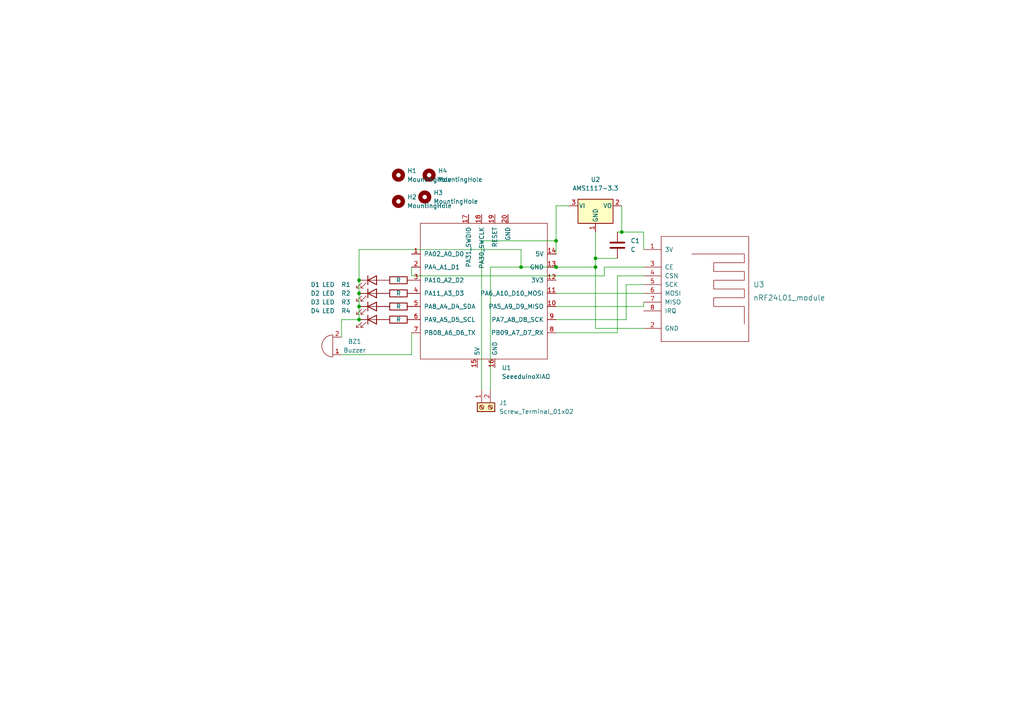
<source format=kicad_sch>
(kicad_sch (version 20211123) (generator eeschema)
  (paper "A4")
  (lib_symbols
    (symbol "Connector:Screw_Terminal_01x02" (pin_names (offset 1.016) hide)
      (property "Reference" "J" (at 0 2.54 0))
      (property "Value" "Screw_Terminal_01x02" (at 0 -5.08 0))
      (symbol "Screw_Terminal_01x02_1_1"
        (rectangle (start -1.27 1.27) (end 1.27 -3.81) (stroke (width 0.254)) (fill (type background)))
        (circle (center 0 -2.54) (radius 0.635) (stroke (width 0.1524)))
        (polyline (pts (xy -0.5334 -2.2098) (xy 0.3302 -3.048)) (stroke (width 0.1524)))
        (polyline (pts (xy -0.5334 0.3302) (xy 0.3302 -0.508)) (stroke (width 0.1524)))
        (polyline (pts (xy -0.3556 -2.032) (xy 0.508 -2.8702)) (stroke (width 0.1524)))
        (polyline (pts (xy -0.3556 0.508) (xy 0.508 -0.3302)) (stroke (width 0.1524)))
        (circle (center 0 0) (radius 0.635) (stroke (width 0.1524)))
        (pin passive line (at -5.08 0 0) (length 3.81) (name "Pin_1") (number "1"))
        (pin passive line (at -5.08 -2.54 0) (length 3.81) (name "Pin_2") (number "2"))
      )
    )
    (symbol "Device:Buzzer" (pin_names (offset 0.0254) hide)
      (property "Reference" "BZ" (at 3.81 1.27 0))
      (property "Value" "Buzzer" (at 3.81 -1.27 0))
      (symbol "Buzzer_0_1"
        (arc (start 0 -3.175) (mid 3.175 0) (end 0 3.175))
        (polyline (pts (xy -1.651 1.905) (xy -1.143 1.905)))
        (polyline (pts (xy -1.397 2.159) (xy -1.397 1.651)))
        (polyline (pts (xy 0 3.175) (xy 0 -3.175)))
      )
      (symbol "Buzzer_1_1"
        (pin passive line (at -2.54 2.54 0) (length 2.54) (name "-") (number "1"))
        (pin passive line (at -2.54 -2.54 0) (length 2.54) (name "+") (number "2"))
      )
    )
    (symbol "Device:C" (pin_numbers hide) (pin_names (offset 0.254))
      (property "Reference" "C" (at 0.635 2.54 0))
      (property "Value" "C" (at 0.635 -2.54 0))
      (symbol "C_0_1"
        (polyline (pts (xy -2.032 -0.762) (xy 2.032 -0.762)) (stroke (width 0.508)))
        (polyline (pts (xy -2.032 0.762) (xy 2.032 0.762)) (stroke (width 0.508)))
      )
      (symbol "C_1_1"
        (pin passive line (at 0 3.81 270) (length 2.794) (name "~") (number "1"))
        (pin passive line (at 0 -3.81 90) (length 2.794) (name "~") (number "2"))
      )
    )
    (symbol "Device:LED" (pin_numbers hide) (pin_names (offset 1.016) hide)
      (property "Reference" "D" (at 0 2.54 0))
      (property "Value" "LED" (at 0 -2.54 0))
      (symbol "LED_0_1"
        (polyline (pts (xy -1.27 -1.27) (xy -1.27 1.27)) (stroke (width 0.254)))
        (polyline (pts (xy -1.27 0) (xy 1.27 0)))
        (polyline (pts (xy 1.27 -1.27) (xy 1.27 1.27) (xy -1.27 0) (xy 1.27 -1.27)) (stroke (width 0.254)))
        (polyline (pts (xy -3.048 -0.762) (xy -4.572 -2.286) (xy -3.81 -2.286) (xy -4.572 -2.286) (xy -4.572 -1.524)))
        (polyline (pts (xy -1.778 -0.762) (xy -3.302 -2.286) (xy -2.54 -2.286) (xy -3.302 -2.286) (xy -3.302 -1.524)))
      )
      (symbol "LED_1_1"
        (pin passive line (at -3.81 0 0) (length 2.54) (name "K") (number "1"))
        (pin passive line (at 3.81 0 180) (length 2.54) (name "A") (number "2"))
      )
    )
    (symbol "Device:R" (pin_numbers hide) (pin_names (offset 0))
      (property "Reference" "R" (at 2.032 0 90))
      (property "Value" "R" (at 0 0 90))
      (symbol "R_0_1"
        (rectangle (start -1.016 -2.54) (end 1.016 2.54) (stroke (width 0.254)))
      )
      (symbol "R_1_1"
        (pin passive line (at 0 3.81 270) (length 1.27) (name "~") (number "1"))
        (pin passive line (at 0 -3.81 90) (length 1.27) (name "~") (number "2"))
      )
    )
    (symbol "Mechanical:MountingHole" (pin_names (offset 1.016))
      (property "Reference" "H" (at 0 5.08 0))
      (property "Value" "MountingHole" (at 0 3.175 0))
      (symbol "MountingHole_0_1"
        (circle (center 0 0) (radius 1.27) (stroke (width 1.27)))
      )
    )
    (symbol "Regulator_Linear:AMS1117-3.3" (pin_names (offset 0.254))
      (property "Reference" "U" (at -3.81 3.175 0))
      (property "Value" "AMS1117-3.3" (at 0 3.175 0))
      (symbol "AMS1117-3.3_0_1"
        (rectangle (start -5.08 -5.08) (end 5.08 1.905) (stroke (width 0.254)) (fill (type background)))
      )
      (symbol "AMS1117-3.3_1_1"
        (pin power_in line (at 0 -7.62 90) (length 2.54) (name "GND") (number "1"))
        (pin power_out line (at 7.62 0 180) (length 2.54) (name "VO") (number "2"))
        (pin power_in line (at -7.62 0 0) (length 2.54) (name "VI") (number "3"))
      )
    )
    (symbol "nrf24smd:nRF24L01_module" (pin_names (offset 1.016))
      (property "Reference" "U" (at -11.43 16.51 0))
      (property "Value" "nRF24L01_module" (at 11.43 -16.51 0))
      (symbol "nRF24L01_module_0_1"
        (rectangle (start -12.7 15.24) (end 12.7 -15.24))
        (polyline (pts (xy -3.81 10.16) (xy 11.43 10.16) (xy 11.43 7.62) (xy 2.54 7.62) (xy 2.54 5.08) (xy 11.43 5.08) (xy 11.43 2.54) (xy 2.54 2.54) (xy 2.54 0) (xy 11.43 0) (xy 11.43 -2.54) (xy 2.54 -2.54) (xy 2.54 -5.08) (xy 11.43 -5.08) (xy 11.43 -10.16)))
      )
      (symbol "nRF24L01_module_1_1"
        (pin power_in line (at -17.78 11.43 0) (length 5.08) (name "3V") (number "1"))
        (pin power_in line (at -17.78 -11.43 0) (length 5.08) (name "GND") (number "2"))
        (pin input line (at -17.78 6.35 0) (length 5.08) (name "CE") (number "3"))
        (pin input line (at -17.78 3.81 0) (length 5.08) (name "CSN") (number "4"))
        (pin input line (at -17.78 1.27 0) (length 5.08) (name "SCK") (number "5"))
        (pin output line (at -17.78 -1.27 0) (length 5.08) (name "MOSI") (number "6"))
        (pin input line (at -17.78 -3.81 0) (length 5.08) (name "MISO") (number "7"))
        (pin bidirectional line (at -17.78 -6.35 0) (length 5.08) (name "IRQ") (number "8"))
      )
    )
    (symbol "seeed:SeeeduinoXIAO" (pin_names (offset 1.016))
      (property "Reference" "U" (at -19.05 22.86 0))
      (property "Value" "SeeeduinoXIAO" (at -12.7 21.59 0))
      (symbol "SeeeduinoXIAO_0_1"
        (rectangle (start -19.05 20.32) (end 17.78 -19.05))
      )
      (symbol "SeeeduinoXIAO_1_1"
        (pin unspecified line (at -21.59 11.43 0) (length 2.54) (name "PA02_A0_D0") (number "1"))
        (pin unspecified line (at 20.32 -3.81 180) (length 2.54) (name "PA5_A9_D9_MISO") (number "10"))
        (pin unspecified line (at 20.32 0 180) (length 2.54) (name "PA6_A10_D10_MOSI") (number "11"))
        (pin unspecified line (at 20.32 3.81 180) (length 2.54) (name "3V3") (number "12"))
        (pin unspecified line (at 20.32 7.62 180) (length 2.54) (name "GND") (number "13"))
        (pin unspecified line (at 20.32 11.43 180) (length 2.54) (name "5V") (number "14"))
        (pin input line (at -2.54 -21.59 90) (length 2.54) (name "5V") (number "15"))
        (pin input line (at 2.54 -21.59 90) (length 2.54) (name "GND") (number "16"))
        (pin input line (at -5.08 22.86 270) (length 2.54) (name "PA31_SWDIO") (number "17"))
        (pin input line (at -1.27 22.86 270) (length 2.54) (name "PA30_SWCLK") (number "18"))
        (pin input line (at 2.54 22.86 270) (length 2.54) (name "RESET") (number "19"))
        (pin unspecified line (at -21.59 7.62 0) (length 2.54) (name "PA4_A1_D1") (number "2"))
        (pin input line (at 6.35 22.86 270) (length 2.54) (name "GND") (number "20"))
        (pin unspecified line (at -21.59 3.81 0) (length 2.54) (name "PA10_A2_D2") (number "3"))
        (pin unspecified line (at -21.59 0 0) (length 2.54) (name "PA11_A3_D3") (number "4"))
        (pin unspecified line (at -21.59 -3.81 0) (length 2.54) (name "PA8_A4_D4_SDA") (number "5"))
        (pin unspecified line (at -21.59 -7.62 0) (length 2.54) (name "PA9_A5_D5_SCL") (number "6"))
        (pin unspecified line (at -21.59 -11.43 0) (length 2.54) (name "PB08_A6_D6_TX") (number "7"))
        (pin unspecified line (at 20.32 -11.43 180) (length 2.54) (name "PB09_A7_D7_RX") (number "8"))
        (pin unspecified line (at 20.32 -7.62 180) (length 2.54) (name "PA7_A8_D8_SCK") (number "9"))
      )
    )
  )
  (junction (at 161.29 77.47))
  (junction (at 151.13 77.47))
  (junction (at 172.72 77.47))
  (junction (at 104.14 85.09))
  (junction (at 104.14 88.9))
  (junction (at 104.14 81.28))
  (junction (at 161.29 69.85))
  (junction (at 172.72 74.93))
  (junction (at 180.34 67.31))
  (junction (at 104.14 92.71))
  (wire (pts (xy 186.69 88.9) (xy 186.69 87.63)))
  (wire (pts (xy 186.69 67.31) (xy 186.69 72.39)))
  (wire (pts (xy 186.69 95.25) (xy 172.72 95.25)))
  (wire (pts (xy 104.14 88.9) (xy 104.14 92.71)))
  (wire (pts (xy 119.38 102.87) (xy 119.38 96.52)))
  (wire (pts (xy 151.13 72.39) (xy 151.13 77.47)))
  (wire (pts (xy 186.69 82.55) (xy 181.61 82.55)))
  (wire (pts (xy 172.72 74.93) (xy 172.72 77.47)))
  (wire (pts (xy 181.61 92.71) (xy 161.29 92.71)))
  (wire (pts (xy 99.06 97.79) (xy 99.06 92.71)))
  (wire (pts (xy 175.26 77.47) (xy 175.26 80.01)))
  (wire (pts (xy 175.26 80.01) (xy 119.38 80.01)))
  (wire (pts (xy 186.69 77.47) (xy 175.26 77.47)))
  (wire (pts (xy 161.29 88.9) (xy 186.69 88.9)))
  (wire (pts (xy 142.24 77.47) (xy 151.13 77.47)))
  (wire (pts (xy 172.72 67.31) (xy 172.72 74.93)))
  (wire (pts (xy 161.29 69.85) (xy 161.29 73.66)))
  (wire (pts (xy 172.72 95.25) (xy 172.72 77.47)))
  (wire (pts (xy 180.34 59.69) (xy 180.34 67.31)))
  (wire (pts (xy 119.38 80.01) (xy 119.38 77.47)))
  (wire (pts (xy 139.7 113.03) (xy 139.7 69.85)))
  (wire (pts (xy 104.14 85.09) (xy 104.14 88.9)))
  (wire (pts (xy 180.34 67.31) (xy 186.69 67.31)))
  (wire (pts (xy 142.24 113.03) (xy 142.24 77.47)))
  (wire (pts (xy 181.61 82.55) (xy 181.61 92.71)))
  (wire (pts (xy 179.07 80.01) (xy 179.07 96.52)))
  (wire (pts (xy 99.06 92.71) (xy 104.14 92.71)))
  (wire (pts (xy 99.06 102.87) (xy 119.38 102.87)))
  (wire (pts (xy 179.07 96.52) (xy 161.29 96.52)))
  (wire (pts (xy 104.14 81.28) (xy 104.14 72.39)))
  (wire (pts (xy 104.14 81.28) (xy 104.14 85.09)))
  (wire (pts (xy 151.13 77.47) (xy 161.29 77.47)))
  (wire (pts (xy 104.14 72.39) (xy 151.13 72.39)))
  (wire (pts (xy 161.29 85.09) (xy 186.69 85.09)))
  (wire (pts (xy 139.7 69.85) (xy 161.29 69.85)))
  (wire (pts (xy 165.1 59.69) (xy 161.29 59.69)))
  (wire (pts (xy 172.72 77.47) (xy 161.29 77.47)))
  (wire (pts (xy 180.34 67.31) (xy 179.07 67.31)))
  (wire (pts (xy 161.29 59.69) (xy 161.29 69.85)))
  (wire (pts (xy 186.69 80.01) (xy 179.07 80.01)))
  (wire (pts (xy 179.07 74.93) (xy 172.72 74.93)))
  (symbol (lib_id "Device:LED") (at 107.95 88.9 0) (unit 1)
    (property "Reference" "D3" (at 91.44 87.63 0))
    (property "Value" "LED" (at 95.25 87.63 0))
    (property "Footprint" "LED_THT:LED_D5.0mm" (effects hide))
  )
  (symbol (lib_id "Device:LED") (at 107.95 81.28 0) (unit 1)
    (property "Reference" "D1" (at 91.44 82.55 0))
    (property "Value" "LED" (at 95.25 82.55 0))
    (property "Footprint" "LED_THT:LED_D5.0mm" (effects hide))
  )
  (symbol (lib_id "nrf24smd:nRF24L01_module") (at 204.47 83.82 0) (unit 1)
    (property "Reference" "U3" (at 218.44 82.55 0) (effects (font (size 1.524 1.524)) (justify left)))
    (property "Value" "nRF24L01_module" (at 218.44 86.36 0) (effects (font (size 1.524 1.524)) (justify left)))
    (property "Footprint" "nrf24smd:NRF24L01-Module-SMD" (effects hide))
  )
  (symbol (lib_id "seeed:SeeeduinoXIAO") (at 140.97 85.09 0) (unit 1)
    (property "Reference" "U1" (at 145.5294 106.68 0) (effects (justify left)))
    (property "Value" "SeeeduinoXIAO" (at 145.5294 109.22 0) (effects (justify left)))
    (property "Footprint" "seeed:xiao-tht" (effects hide))
  )
  (symbol (lib_id "Device:Buzzer") (at 96.52 100.33 180) (unit 1)
    (property "Reference" "BZ1" (at 102.87 99.06 0))
    (property "Value" "Buzzer" (at 102.87 101.6 0))
    (property "Footprint" "Buzzer_Beeper:Buzzer_12x9.5RM7.6" (effects hide))
  )
  (symbol (lib_id "Mechanical:MountingHole") (at 115.57 58.42 0) (unit 1)
    (property "Reference" "H2" (at 118.11 57.1499 0) (effects (justify left)))
    (property "Value" "MountingHole" (at 118.11 59.6899 0) (effects (justify left)))
    (property "Footprint" "MountingHole:MountingHole_3.2mm_M3" (effects hide))
  )
  (symbol (lib_id "Device:LED") (at 107.95 85.09 0) (unit 1)
    (property "Reference" "D2" (at 91.44 85.09 0))
    (property "Value" "LED" (at 95.25 85.09 0))
    (property "Footprint" "LED_THT:LED_D5.0mm" (effects hide))
  )
  (symbol (lib_id "Device:R") (at 115.57 92.71 90) (unit 1)
    (property "Reference" "R4" (at 100.33 90.17 90))
    (property "Value" "R" (at 115.57 92.71 90))
    (property "Footprint" "Resistor_THT:R_Axial_DIN0207_L6.3mm_D2.5mm_P7.62mm_Horizontal" (effects hide))
  )
  (symbol (lib_id "Mechanical:MountingHole") (at 115.57 50.8 0) (unit 1)
    (property "Reference" "H1" (at 118.11 49.5299 0) (effects (justify left)))
    (property "Value" "MountingHole" (at 118.11 52.0699 0) (effects (justify left)))
    (property "Footprint" "MountingHole:MountingHole_3.2mm_M3" (effects hide))
  )
  (symbol (lib_id "Regulator_Linear:AMS1117-3.3") (at 172.72 59.69 0) (unit 1)
    (property "Reference" "U2" (at 172.72 52.07 0))
    (property "Value" "AMS1117-3.3" (at 172.72 54.61 0))
    (property "Footprint" "Package_TO_SOT_SMD:SOT-223-3_TabPin2" (effects hide))
    (property "Datasheet" "http://www.advanced-monolithic.com/pdf/ds1117.pdf" (effects hide))
  )
  (symbol (lib_id "Device:R") (at 115.57 88.9 90) (unit 1)
    (property "Reference" "R3" (at 100.33 87.63 90))
    (property "Value" "R" (at 115.57 88.9 90))
    (property "Footprint" "Resistor_THT:R_Axial_DIN0207_L6.3mm_D2.5mm_P7.62mm_Horizontal" (effects hide))
  )
  (symbol (lib_id "Connector:Screw_Terminal_01x02") (at 139.7 118.11 90) (mirror x) (unit 1)
    (property "Reference" "J1" (at 144.78 116.8399 90) (effects (justify right)))
    (property "Value" "Screw_Terminal_01x02" (at 144.78 119.3799 90) (effects (justify right)))
    (property "Footprint" "TerminalBlock:TerminalBlock_bornier-2_P5.08mm" (effects hide))
  )
  (symbol (lib_id "Device:R") (at 115.57 81.28 90) (unit 1)
    (property "Reference" "R1" (at 100.33 82.55 90))
    (property "Value" "R" (at 115.57 81.28 90))
    (property "Footprint" "Resistor_THT:R_Axial_DIN0207_L6.3mm_D2.5mm_P7.62mm_Horizontal" (effects hide))
  )
  (symbol (lib_id "Mechanical:MountingHole") (at 124.46 50.8 0) (unit 1)
    (property "Reference" "H4" (at 127 49.5299 0) (effects (justify left)))
    (property "Value" "MountingHole" (at 127 52.0699 0) (effects (justify left)))
    (property "Footprint" "MountingHole:MountingHole_3.2mm_M3" (effects hide))
  )
  (symbol (lib_id "Mechanical:MountingHole") (at 123.19 57.15 0) (unit 1)
    (property "Reference" "H3" (at 125.73 55.8799 0) (effects (justify left)))
    (property "Value" "MountingHole" (at 125.73 58.4199 0) (effects (justify left)))
    (property "Footprint" "MountingHole:MountingHole_3.2mm_M3" (effects hide))
  )
  (symbol (lib_id "Device:LED") (at 107.95 92.71 0) (unit 1)
    (property "Reference" "D4" (at 91.44 90.17 0))
    (property "Value" "LED" (at 95.25 90.17 0))
    (property "Footprint" "LED_THT:LED_D5.0mm" (effects hide))
  )
  (symbol (lib_id "Device:R") (at 115.57 85.09 90) (unit 1)
    (property "Reference" "R2" (at 100.33 85.09 90))
    (property "Value" "R" (at 115.57 85.09 90))
    (property "Footprint" "Resistor_THT:R_Axial_DIN0207_L6.3mm_D2.5mm_P7.62mm_Horizontal" (effects hide))
  )
  (symbol (lib_id "Device:C") (at 179.07 71.12 0) (unit 1)
    (property "Reference" "C1" (at 182.88 69.8499 0) (effects (justify left)))
    (property "Value" "C" (at 182.88 72.3899 0) (effects (justify left)))
    (property "Footprint" "Capacitor_THT:C_Disc_D5.1mm_W3.2mm_P5.00mm" (effects hide))
  )
)
</source>
